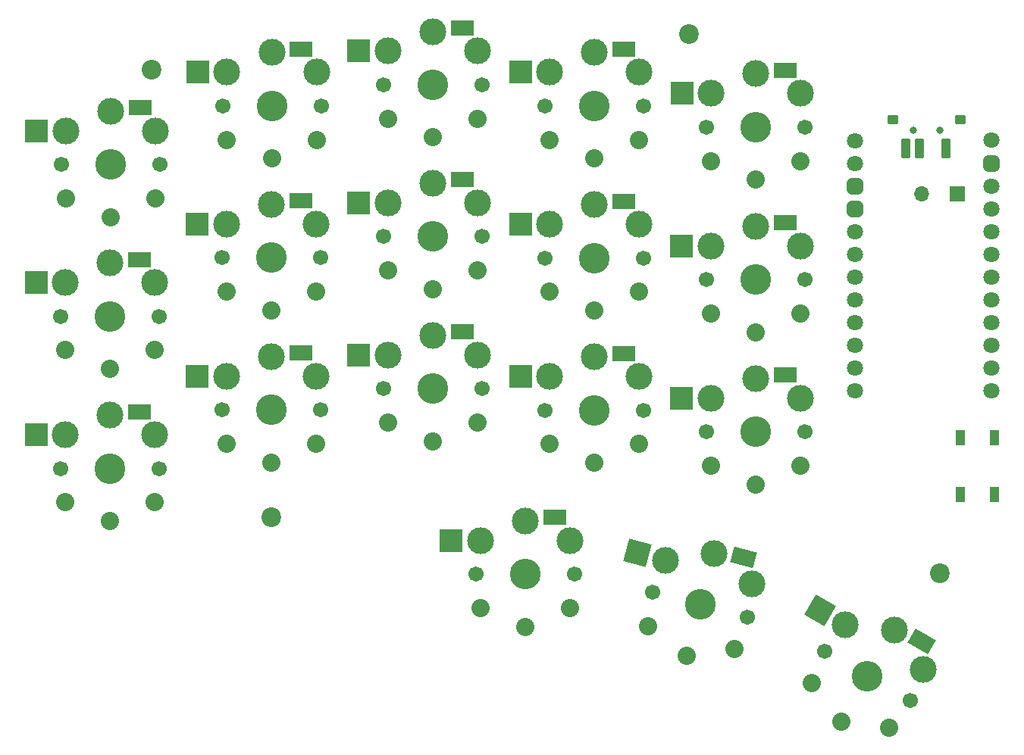
<source format=gbr>
%TF.GenerationSoftware,KiCad,Pcbnew,8.0.6*%
%TF.CreationDate,2024-10-29T20:30:22+07:00*%
%TF.ProjectId,chocowi36,63686f63-6f77-4693-9336-2e6b69636164,rev?*%
%TF.SameCoordinates,Original*%
%TF.FileFunction,Soldermask,Top*%
%TF.FilePolarity,Negative*%
%FSLAX46Y46*%
G04 Gerber Fmt 4.6, Leading zero omitted, Abs format (unit mm)*
G04 Created by KiCad (PCBNEW 8.0.6) date 2024-10-29 20:30:22*
%MOMM*%
%LPD*%
G01*
G04 APERTURE LIST*
G04 Aperture macros list*
%AMRoundRect*
0 Rectangle with rounded corners*
0 $1 Rounding radius*
0 $2 $3 $4 $5 $6 $7 $8 $9 X,Y pos of 4 corners*
0 Add a 4 corners polygon primitive as box body*
4,1,4,$2,$3,$4,$5,$6,$7,$8,$9,$2,$3,0*
0 Add four circle primitives for the rounded corners*
1,1,$1+$1,$2,$3*
1,1,$1+$1,$4,$5*
1,1,$1+$1,$6,$7*
1,1,$1+$1,$8,$9*
0 Add four rect primitives between the rounded corners*
20,1,$1+$1,$2,$3,$4,$5,0*
20,1,$1+$1,$4,$5,$6,$7,0*
20,1,$1+$1,$6,$7,$8,$9,0*
20,1,$1+$1,$8,$9,$2,$3,0*%
%AMRotRect*
0 Rectangle, with rotation*
0 The origin of the aperture is its center*
0 $1 length*
0 $2 width*
0 $3 Rotation angle, in degrees counterclockwise*
0 Add horizontal line*
21,1,$1,$2,0,0,$3*%
G04 Aperture macros list end*
%ADD10C,0.800000*%
%ADD11C,1.701800*%
%ADD12C,3.000000*%
%ADD13C,3.429000*%
%ADD14C,2.032000*%
%ADD15R,2.625000X1.800000*%
%ADD16R,2.600000X2.600000*%
%ADD17RotRect,2.625000X1.800000X345.000000*%
%ADD18RotRect,2.600000X2.600000X345.000000*%
%ADD19RotRect,2.625000X1.800000X330.000000*%
%ADD20RotRect,2.600000X2.600000X330.000000*%
%ADD21C,2.200000*%
%ADD22RoundRect,0.101600X-0.400000X-1.000000X0.400000X-1.000000X0.400000X1.000000X-0.400000X1.000000X0*%
%ADD23RoundRect,0.101600X-0.500000X-0.400000X0.500000X-0.400000X0.500000X0.400000X-0.500000X0.400000X0*%
%ADD24R,1.000000X1.700000*%
%ADD25O,1.700000X1.700000*%
%ADD26R,1.700000X1.700000*%
%ADD27C,1.800000*%
%ADD28RoundRect,0.450000X0.450000X0.450000X-0.450000X0.450000X-0.450000X-0.450000X0.450000X-0.450000X0*%
G04 APERTURE END LIST*
D10*
%TO.C,SW_POWER2*%
X178550000Y-61725001D03*
X175550000Y-61725001D03*
%TD*%
D11*
%TO.C,SW2*%
X80410000Y-65580000D03*
D12*
X80910000Y-61830000D03*
X85910000Y-59630000D03*
D13*
X85910000Y-65580000D03*
D12*
X90910000Y-61830000D03*
D11*
X91410000Y-65580000D03*
D14*
X85910000Y-71480000D03*
D15*
X89197500Y-59230000D03*
D16*
X77635000Y-61830000D03*
D14*
X80910000Y-69380000D03*
X90910000Y-69380000D03*
%TD*%
D11*
%TO.C,SW3*%
X98410000Y-59020000D03*
D12*
X98910000Y-55270000D03*
X103910000Y-53070000D03*
D13*
X103910000Y-59020000D03*
D12*
X108910000Y-55270000D03*
D11*
X109410000Y-59020000D03*
D14*
X103910000Y-64920000D03*
D15*
X107197500Y-52670000D03*
D16*
X95635000Y-55270000D03*
D14*
X98910000Y-62820000D03*
X108910000Y-62820000D03*
%TD*%
D11*
%TO.C,SW4*%
X116410000Y-56660000D03*
D12*
X116910000Y-52910000D03*
X121910000Y-50710000D03*
D13*
X121910000Y-56660000D03*
D12*
X126910000Y-52910000D03*
D11*
X127410000Y-56660000D03*
D14*
X121910000Y-62560000D03*
D15*
X125197500Y-50310000D03*
D16*
X113635000Y-52910000D03*
D14*
X116910000Y-60460000D03*
X126910000Y-60460000D03*
%TD*%
D11*
%TO.C,SW5*%
X134454000Y-59020000D03*
D12*
X134954000Y-55270000D03*
X139954000Y-53070000D03*
D13*
X139954000Y-59020000D03*
D12*
X144954000Y-55270000D03*
D11*
X145454000Y-59020000D03*
D14*
X139954000Y-64920000D03*
D15*
X143241500Y-52670000D03*
D16*
X131679000Y-55270000D03*
D14*
X134954000Y-62820000D03*
X144954000Y-62820000D03*
%TD*%
D11*
%TO.C,SW6*%
X152488000Y-61400000D03*
D12*
X152988000Y-57650000D03*
X157988000Y-55450000D03*
D13*
X157988000Y-61400000D03*
D12*
X162988000Y-57650000D03*
D11*
X163488000Y-61400000D03*
D14*
X157988000Y-67300000D03*
D15*
X161275500Y-55050000D03*
D16*
X149713000Y-57650000D03*
D14*
X152988000Y-65200000D03*
X162988000Y-65200000D03*
%TD*%
D11*
%TO.C,SW8*%
X80352000Y-82550000D03*
D12*
X80852000Y-78800000D03*
X85852000Y-76600000D03*
D13*
X85852000Y-82550000D03*
D12*
X90852000Y-78800000D03*
D11*
X91352000Y-82550000D03*
D14*
X85852000Y-88450000D03*
D15*
X89139500Y-76200000D03*
D16*
X77577000Y-78800000D03*
D14*
X80852000Y-86350000D03*
X90852000Y-86350000D03*
%TD*%
D11*
%TO.C,SW9*%
X98370000Y-76010000D03*
D12*
X98870000Y-72260000D03*
X103870000Y-70060000D03*
D13*
X103870000Y-76010000D03*
D12*
X108870000Y-72260000D03*
D11*
X109370000Y-76010000D03*
D14*
X103870000Y-81910000D03*
D15*
X107157500Y-69660000D03*
D16*
X95595000Y-72260000D03*
D14*
X98870000Y-79810000D03*
X108870000Y-79810000D03*
%TD*%
D11*
%TO.C,SW10*%
X116410000Y-73640000D03*
D12*
X116910000Y-69890000D03*
X121910000Y-67690000D03*
D13*
X121910000Y-73640000D03*
D12*
X126910000Y-69890000D03*
D11*
X127410000Y-73640000D03*
D14*
X121910000Y-79540000D03*
D15*
X125197500Y-67290000D03*
D16*
X113635000Y-69890000D03*
D14*
X116910000Y-77440000D03*
X126910000Y-77440000D03*
%TD*%
D11*
%TO.C,SW11*%
X134454000Y-76032000D03*
D12*
X134954000Y-72282000D03*
X139954000Y-70082000D03*
D13*
X139954000Y-76032000D03*
D12*
X144954000Y-72282000D03*
D11*
X145454000Y-76032000D03*
D14*
X139954000Y-81932000D03*
D15*
X143241500Y-69682000D03*
D16*
X131679000Y-72282000D03*
D14*
X134954000Y-79832000D03*
X144954000Y-79832000D03*
%TD*%
D11*
%TO.C,SW12*%
X152440000Y-78440000D03*
D12*
X152940000Y-74690000D03*
X157940000Y-72490000D03*
D13*
X157940000Y-78440000D03*
D12*
X162940000Y-74690000D03*
D11*
X163440000Y-78440000D03*
D14*
X157940000Y-84340000D03*
D15*
X161227500Y-72090000D03*
D16*
X149665000Y-74690000D03*
D14*
X152940000Y-82240000D03*
X162940000Y-82240000D03*
%TD*%
D11*
%TO.C,SW14*%
X80352000Y-99568000D03*
D12*
X80852000Y-95818000D03*
X85852000Y-93618000D03*
D13*
X85852000Y-99568000D03*
D12*
X90852000Y-95818000D03*
D11*
X91352000Y-99568000D03*
D14*
X85852000Y-105468000D03*
D15*
X89139500Y-93218000D03*
D16*
X77577000Y-95818000D03*
D14*
X80852000Y-103368000D03*
X90852000Y-103368000D03*
%TD*%
D11*
%TO.C,SW15*%
X98370000Y-93028000D03*
D12*
X98870000Y-89278000D03*
X103870000Y-87078000D03*
D13*
X103870000Y-93028000D03*
D12*
X108870000Y-89278000D03*
D11*
X109370000Y-93028000D03*
D14*
X103870000Y-98928000D03*
D15*
X107157500Y-86678000D03*
D16*
X95595000Y-89278000D03*
D14*
X98870000Y-96828000D03*
X108870000Y-96828000D03*
%TD*%
D11*
%TO.C,SW16*%
X116410000Y-90658000D03*
D12*
X116910000Y-86908000D03*
X121910000Y-84708000D03*
D13*
X121910000Y-90658000D03*
D12*
X126910000Y-86908000D03*
D11*
X127410000Y-90658000D03*
D14*
X121910000Y-96558000D03*
D15*
X125197500Y-84308000D03*
D16*
X113635000Y-86908000D03*
D14*
X116910000Y-94458000D03*
X126910000Y-94458000D03*
%TD*%
D11*
%TO.C,SW17*%
X134454000Y-93050000D03*
D12*
X134954000Y-89300000D03*
X139954000Y-87100000D03*
D13*
X139954000Y-93050000D03*
D12*
X144954000Y-89300000D03*
D11*
X145454000Y-93050000D03*
D14*
X139954000Y-98950000D03*
D15*
X143241500Y-86700000D03*
D16*
X131679000Y-89300000D03*
D14*
X134954000Y-96850000D03*
X144954000Y-96850000D03*
%TD*%
D11*
%TO.C,SW18*%
X152440000Y-95458000D03*
D12*
X152940001Y-91708000D03*
X157940000Y-89508000D03*
D13*
X157940000Y-95458000D03*
D12*
X162939999Y-91708000D03*
D11*
X163440000Y-95458000D03*
D14*
X157940000Y-101358000D03*
D15*
X161227500Y-89107999D03*
D16*
X149665000Y-91708000D03*
D14*
X152940000Y-99258000D03*
X162940000Y-99258000D03*
%TD*%
D11*
%TO.C,SW20*%
X146441308Y-113377495D03*
D12*
X147894842Y-109884683D03*
X153293873Y-109053741D03*
D13*
X151753900Y-114801000D03*
D12*
X157554101Y-112472873D03*
D11*
X157066492Y-116224505D03*
D14*
X150226868Y-120499962D03*
D17*
X156572882Y-109518239D03*
D18*
X144731435Y-109037051D03*
D14*
X145940758Y-117177423D03*
X155600017Y-119765613D03*
%TD*%
D11*
%TO.C,SW21*%
X165686860Y-120040500D03*
D12*
X167994873Y-117042906D03*
X173425000Y-117637649D03*
D13*
X170450000Y-122790500D03*
D12*
X176655127Y-122042905D03*
D11*
X175213140Y-125540500D03*
D14*
X167500000Y-127900049D03*
D19*
X176472059Y-118934989D03*
D20*
X165158640Y-115405405D03*
D14*
X164219873Y-123581398D03*
X172880127Y-128581397D03*
%TD*%
D21*
%TO.C,H4*%
X178560000Y-111330000D03*
%TD*%
%TO.C,H1*%
X90500000Y-55020000D03*
%TD*%
%TO.C,H2*%
X103900000Y-105000000D03*
%TD*%
D11*
%TO.C,SW19*%
X126700000Y-111400000D03*
D12*
X127200001Y-107650000D03*
X132200000Y-105450000D03*
D13*
X132200000Y-111400000D03*
D12*
X137199999Y-107650000D03*
D11*
X137700000Y-111400000D03*
D14*
X132200000Y-117300000D03*
D15*
X135487500Y-105049999D03*
D16*
X123925000Y-107650000D03*
D14*
X127200000Y-115200000D03*
X137200000Y-115200000D03*
%TD*%
D10*
%TO.C,SW_POWER1*%
X178550000Y-61725000D03*
X175550000Y-61725000D03*
D22*
X174727000Y-63825000D03*
X179227000Y-63825000D03*
X176227000Y-63825000D03*
D23*
X180800000Y-60599999D03*
X173300000Y-60599999D03*
%TD*%
D24*
%TO.C,SW_RST1*%
X180800000Y-102450000D03*
X180800000Y-96150000D03*
X184600000Y-102450000D03*
X184600000Y-96150000D03*
%TD*%
D25*
%TO.C,BT1*%
X176500000Y-68900000D03*
D26*
X180470000Y-68900000D03*
%TD*%
D21*
%TO.C,H3*%
X150550000Y-51000000D03*
%TD*%
D27*
%TO.C,U1*%
X169060000Y-62920000D03*
X169060000Y-65460000D03*
D28*
X169060000Y-68000000D03*
X169060000Y-70540000D03*
D27*
X169060000Y-73080000D03*
X169060000Y-75620000D03*
X169060000Y-78160000D03*
X169060000Y-80700000D03*
X169060000Y-83240000D03*
X169060000Y-85780000D03*
X169060000Y-88320000D03*
X169060000Y-90860000D03*
X184300000Y-90860000D03*
X184300000Y-88320000D03*
X184300000Y-85780000D03*
X184300000Y-83240000D03*
X184300000Y-80700000D03*
X184300000Y-78160000D03*
X184300000Y-75620000D03*
X184300000Y-73080000D03*
X184300000Y-70540000D03*
X184300000Y-68000000D03*
D28*
X184300000Y-65460000D03*
D27*
X184280000Y-62890000D03*
%TD*%
M02*

</source>
